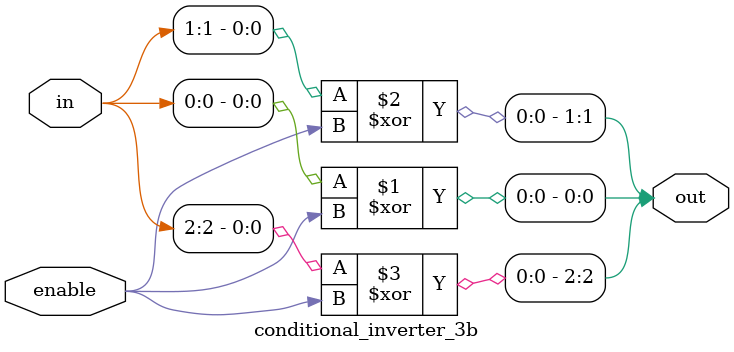
<source format=v>
module conditional_inverter_3b(in,out,enable);
	input [2:0] in;
	output [2:0] out;
	input enable;
	
	assign out[0] = in[0] ^ enable;
	assign out[1] = in[1] ^ enable;
	assign out[2] = in[2] ^ enable;
	
endmodule

</source>
